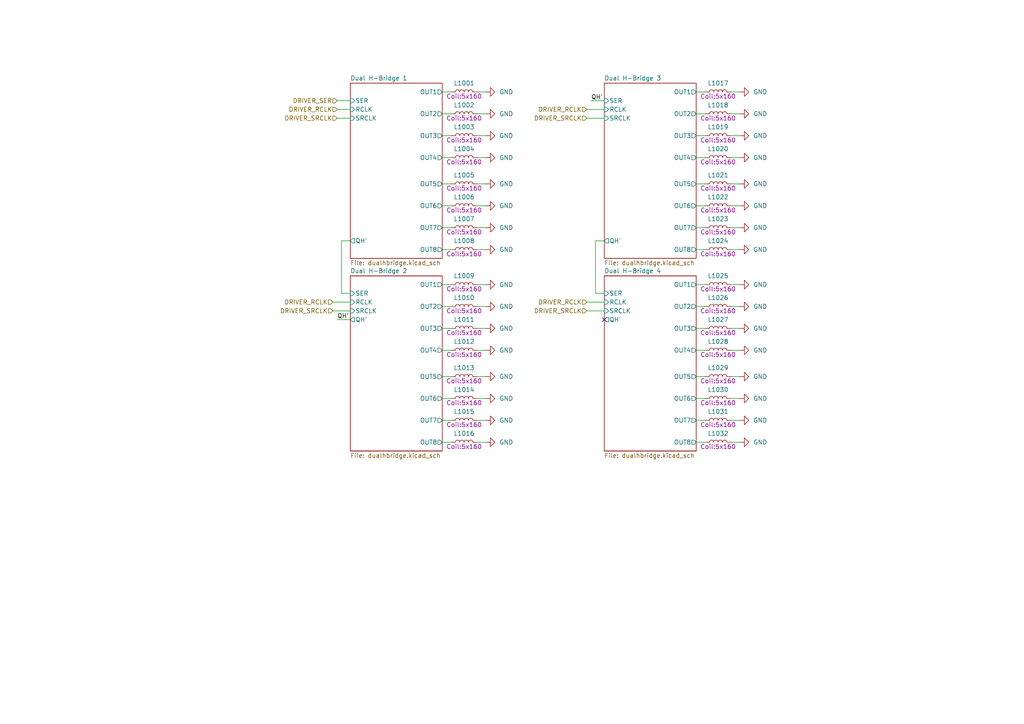
<source format=kicad_sch>
(kicad_sch (version 20250114) (generator "eeschema") (generator_version "9.0")
  (paper "A4")
  (lib_symbols
    (symbol "Device:L" (pin_numbers (hide yes)) (pin_names (offset 1.016) (hide yes))
      (property "Reference" "L" (at -1.27 0 90))
      (property "Value" "L" (at 1.905 0 90))
      (symbol "L_0_1"
        (arc (start 0 2.54) (mid 0.6323 1.905) (end 0 1.27))
        (arc (start 0 1.27) (mid 0.6323 0.635) (end 0 0))
        (arc (start 0 0) (mid 0.6323 -0.635) (end 0 -1.27))
        (arc (start 0 -1.27) (mid 0.6323 -1.905) (end 0 -2.54))
      )
      (symbol "L_1_1"
        (pin passive line (at 0 3.81 270) (length 1.27) (name "1") (number "1"))
        (pin passive line (at 0 -3.81 90) (length 1.27) (name "2") (number "2"))
      )
    )
    (symbol "power:GND" (power) (pin_numbers (hide yes)) (pin_names (offset 0) (hide yes))
      (property "Value" "GND" (at 0 -3.81 0))
      (symbol "GND_0_1"
        (polyline (pts (xy 0 0) (xy 0 -1.27) (xy 1.27 -1.27) (xy 0 -2.54) (xy -1.27 -1.27) (xy 0 -1.27)))
      )
      (symbol "GND_1_1"
        (pin power_in line (at 0 0 270) (length 0) (name "~") (number "1"))
      )
    )
  )
  (no_connect (at 175.26 92.71))
  (wire (pts (xy 201.93 26.67) (xy 204.47 26.67)))
  (wire (pts (xy 212.09 33.02) (xy 214.63 33.02)))
  (wire (pts (xy 128.27 45.72) (xy 130.81 45.72)))
  (wire (pts (xy 201.93 95.25) (xy 204.47 95.25)))
  (wire (pts (xy 201.93 66.04) (xy 204.47 66.04)))
  (wire (pts (xy 212.09 66.04) (xy 214.63 66.04)))
  (wire (pts (xy 201.93 115.57) (xy 204.47 115.57)))
  (wire (pts (xy 201.93 33.02) (xy 204.47 33.02)))
  (wire (pts (xy 128.27 39.37) (xy 130.81 39.37)))
  (wire (pts (xy 212.09 59.69) (xy 214.63 59.69)))
  (wire (pts (xy 138.43 95.25) (xy 140.97 95.25)))
  (wire (pts (xy 138.43 26.67) (xy 140.97 26.67)))
  (wire (pts (xy 128.27 109.22) (xy 130.81 109.22)))
  (wire (pts (xy 138.43 33.02) (xy 140.97 33.02)))
  (wire (pts (xy 128.27 95.25) (xy 130.81 95.25)))
  (wire (pts (xy 201.93 121.92) (xy 204.47 121.92)))
  (wire (pts (xy 128.27 59.69) (xy 130.81 59.69)))
  (wire (pts (xy 99.06 85.09) (xy 101.6 85.09)))
  (wire (pts (xy 212.09 53.34) (xy 214.63 53.34)))
  (wire (pts (xy 201.93 72.39) (xy 204.47 72.39)))
  (wire (pts (xy 201.93 59.69) (xy 204.47 59.69)))
  (wire (pts (xy 138.43 121.92) (xy 140.97 121.92)))
  (wire (pts (xy 97.79 31.75) (xy 101.6 31.75)))
  (wire (pts (xy 201.93 88.9) (xy 204.47 88.9)))
  (wire (pts (xy 172.72 85.09) (xy 175.26 85.09)))
  (wire (pts (xy 96.52 87.63) (xy 101.6 87.63)))
  (wire (pts (xy 128.27 26.67) (xy 130.81 26.67)))
  (wire (pts (xy 138.43 128.27) (xy 140.97 128.27)))
  (wire (pts (xy 212.09 109.22) (xy 214.63 109.22)))
  (wire (pts (xy 138.43 109.22) (xy 140.97 109.22)))
  (wire (pts (xy 128.27 88.9) (xy 130.81 88.9)))
  (wire (pts (xy 138.43 72.39) (xy 140.97 72.39)))
  (wire (pts (xy 172.72 69.85) (xy 172.72 85.09)))
  (wire (pts (xy 97.79 29.21) (xy 101.6 29.21)))
  (wire (pts (xy 212.09 128.27) (xy 214.63 128.27)))
  (wire (pts (xy 212.09 101.6) (xy 214.63 101.6)))
  (wire (pts (xy 212.09 82.55) (xy 214.63 82.55)))
  (wire (pts (xy 138.43 88.9) (xy 140.97 88.9)))
  (wire (pts (xy 170.18 31.75) (xy 175.26 31.75)))
  (wire (pts (xy 171.45 29.21) (xy 175.26 29.21)))
  (wire (pts (xy 201.93 45.72) (xy 204.47 45.72)))
  (wire (pts (xy 138.43 59.69) (xy 140.97 59.69)))
  (wire (pts (xy 212.09 121.92) (xy 214.63 121.92)))
  (wire (pts (xy 128.27 53.34) (xy 130.81 53.34)))
  (wire (pts (xy 212.09 45.72) (xy 214.63 45.72)))
  (wire (pts (xy 96.52 90.17) (xy 101.6 90.17)))
  (wire (pts (xy 138.43 53.34) (xy 140.97 53.34)))
  (wire (pts (xy 201.93 82.55) (xy 204.47 82.55)))
  (wire (pts (xy 201.93 39.37) (xy 204.47 39.37)))
  (wire (pts (xy 138.43 82.55) (xy 140.97 82.55)))
  (wire (pts (xy 201.93 109.22) (xy 204.47 109.22)))
  (wire (pts (xy 170.18 34.29) (xy 175.26 34.29)))
  (wire (pts (xy 138.43 66.04) (xy 140.97 66.04)))
  (wire (pts (xy 212.09 26.67) (xy 214.63 26.67)))
  (wire (pts (xy 97.79 34.29) (xy 101.6 34.29)))
  (wire (pts (xy 175.26 69.85) (xy 172.72 69.85)))
  (wire (pts (xy 212.09 115.57) (xy 214.63 115.57)))
  (wire (pts (xy 201.93 128.27) (xy 204.47 128.27)))
  (wire (pts (xy 128.27 121.92) (xy 130.81 121.92)))
  (wire (pts (xy 212.09 95.25) (xy 214.63 95.25)))
  (wire (pts (xy 170.18 87.63) (xy 175.26 87.63)))
  (wire (pts (xy 97.79 92.71) (xy 101.6 92.71)))
  (wire (pts (xy 128.27 66.04) (xy 130.81 66.04)))
  (wire (pts (xy 128.27 72.39) (xy 130.81 72.39)))
  (wire (pts (xy 212.09 72.39) (xy 214.63 72.39)))
  (wire (pts (xy 201.93 101.6) (xy 204.47 101.6)))
  (wire (pts (xy 170.18 90.17) (xy 175.26 90.17)))
  (wire (pts (xy 128.27 82.55) (xy 130.81 82.55)))
  (wire (pts (xy 138.43 115.57) (xy 140.97 115.57)))
  (wire (pts (xy 128.27 128.27) (xy 130.81 128.27)))
  (wire (pts (xy 128.27 101.6) (xy 130.81 101.6)))
  (wire (pts (xy 128.27 33.02) (xy 130.81 33.02)))
  (wire (pts (xy 138.43 39.37) (xy 140.97 39.37)))
  (wire (pts (xy 101.6 69.85) (xy 99.06 69.85)))
  (wire (pts (xy 212.09 39.37) (xy 214.63 39.37)))
  (wire (pts (xy 138.43 101.6) (xy 140.97 101.6)))
  (wire (pts (xy 212.09 88.9) (xy 214.63 88.9)))
  (wire (pts (xy 128.27 115.57) (xy 130.81 115.57)))
  (wire (pts (xy 99.06 69.85) (xy 99.06 85.09)))
  (wire (pts (xy 201.93 53.34) (xy 204.47 53.34)))
  (wire (pts (xy 138.43 45.72) (xy 140.97 45.72)))
  (label "QH'" (at 97.79 92.71 0))
  (label "QH'" (at 171.45 29.21 0))
  (hierarchical_label "DRIVER_SRCLK" (shape input) (at 96.52 90.17 180))
  (hierarchical_label "DRIVER_SRCLK" (shape input) (at 170.18 34.29 180))
  (hierarchical_label "DRIVER_RCLK" (shape input) (at 170.18 87.63 180))
  (hierarchical_label "DRIVER_RCLK" (shape input) (at 170.18 31.75 180))
  (hierarchical_label "DRIVER_SRCLK" (shape input) (at 97.79 34.29 180))
  (hierarchical_label "DRIVER_RCLK" (shape input) (at 97.79 31.75 180))
  (hierarchical_label "DRIVER_SRCLK" (shape input) (at 170.18 90.17 180))
  (hierarchical_label "DRIVER_RCLK" (shape input) (at 96.52 87.63 180))
  (hierarchical_label "DRIVER_SER" (shape input) (at 97.79 29.21 180))
  (symbol (lib_id "power:GND") (at 140.97 53.34 90) (unit 1)
    (property "Reference" "#PWR01005" (effects (hide yes)))
    (property "Value" "GND" (at 144.78 53.3399 90) (effects (justify right)))
    (property "Description" "Power symbol creates a global label with name \"GND\" , ground" (effects (hide yes)))
  )
  (symbol (lib_id "Device:L") (at 208.28 39.37 90) (unit 1)
    (property "Reference" "L1019" (at 208.28 36.83 90))
    (property "Value" "L" (effects (hide yes)))
    (property "Footprint" "Coil:5x160" (at 208.28 40.64 90))
    (property "Description" "Inductor" (effects (hide yes)))
  )
  (symbol (lib_id "power:GND") (at 214.63 95.25 90) (unit 1)
    (property "Reference" "#PWR01027" (effects (hide yes)))
    (property "Value" "GND" (at 218.44 95.2499 90) (effects (justify right)))
    (property "Description" "Power symbol creates a global label with name \"GND\" , ground" (effects (hide yes)))
  )
  (symbol (lib_id "Device:L") (at 208.28 72.39 90) (unit 1)
    (property "Reference" "L1024" (at 208.28 69.85 90))
    (property "Value" "L" (effects (hide yes)))
    (property "Footprint" "Coil:5x160" (at 208.28 73.66 90))
    (property "Description" "Inductor" (effects (hide yes)))
  )
  (symbol (lib_id "power:GND") (at 140.97 95.25 90) (unit 1)
    (property "Reference" "#PWR01011" (effects (hide yes)))
    (property "Value" "GND" (at 144.78 95.2499 90) (effects (justify right)))
    (property "Description" "Power symbol creates a global label with name \"GND\" , ground" (effects (hide yes)))
  )
  (symbol (lib_id "power:GND") (at 214.63 53.34 90) (unit 1)
    (property "Reference" "#PWR01021" (effects (hide yes)))
    (property "Value" "GND" (at 218.44 53.3399 90) (effects (justify right)))
    (property "Description" "Power symbol creates a global label with name \"GND\" , ground" (effects (hide yes)))
  )
  (symbol (lib_id "Device:L") (at 134.62 59.69 90) (unit 1)
    (property "Reference" "L1006" (at 134.62 57.15 90))
    (property "Value" "L" (effects (hide yes)))
    (property "Footprint" "Coil:5x160" (at 134.62 60.96 90))
    (property "Description" "Inductor" (effects (hide yes)))
  )
  (symbol (lib_id "Device:L") (at 134.62 39.37 90) (unit 1)
    (property "Reference" "L1003" (at 134.62 36.83 90))
    (property "Value" "L" (effects (hide yes)))
    (property "Footprint" "Coil:5x160" (at 134.62 40.64 90))
    (property "Description" "Inductor" (effects (hide yes)))
  )
  (symbol (lib_id "Device:L") (at 134.62 72.39 90) (unit 1)
    (property "Reference" "L1008" (at 134.62 69.85 90))
    (property "Value" "L" (effects (hide yes)))
    (property "Footprint" "Coil:5x160" (at 134.62 73.66 90))
    (property "Description" "Inductor" (effects (hide yes)))
  )
  (symbol (lib_id "power:GND") (at 214.63 72.39 90) (unit 1)
    (property "Reference" "#PWR01024" (effects (hide yes)))
    (property "Value" "GND" (at 218.44 72.3899 90) (effects (justify right)))
    (property "Description" "Power symbol creates a global label with name \"GND\" , ground" (effects (hide yes)))
  )
  (symbol (lib_id "Device:L") (at 208.28 95.25 90) (unit 1)
    (property "Reference" "L1027" (at 208.28 92.71 90))
    (property "Value" "L" (effects (hide yes)))
    (property "Footprint" "Coil:5x160" (at 208.28 96.52 90))
    (property "Description" "Inductor" (effects (hide yes)))
  )
  (symbol (lib_id "power:GND") (at 214.63 109.22 90) (unit 1)
    (property "Reference" "#PWR01029" (effects (hide yes)))
    (property "Value" "GND" (at 218.44 109.2199 90) (effects (justify right)))
    (property "Description" "Power symbol creates a global label with name \"GND\" , ground" (effects (hide yes)))
  )
  (symbol (lib_id "Device:L") (at 134.62 66.04 90) (unit 1)
    (property "Reference" "L1007" (at 134.62 63.5 90))
    (property "Value" "L" (effects (hide yes)))
    (property "Footprint" "Coil:5x160" (at 134.62 67.31 90))
    (property "Description" "Inductor" (effects (hide yes)))
  )
  (symbol (lib_id "Device:L") (at 208.28 115.57 90) (unit 1)
    (property "Reference" "L1030" (at 208.28 113.03 90))
    (property "Value" "L" (effects (hide yes)))
    (property "Footprint" "Coil:5x160" (at 208.28 116.84 90))
    (property "Description" "Inductor" (effects (hide yes)))
  )
  (symbol (lib_id "Device:L") (at 208.28 88.9 90) (unit 1)
    (property "Reference" "L1026" (at 208.28 86.36 90))
    (property "Value" "L" (effects (hide yes)))
    (property "Footprint" "Coil:5x160" (at 208.28 90.17 90))
    (property "Description" "Inductor" (effects (hide yes)))
  )
  (symbol (lib_id "power:GND") (at 214.63 115.57 90) (unit 1)
    (property "Reference" "#PWR01030" (effects (hide yes)))
    (property "Value" "GND" (at 218.44 115.5699 90) (effects (justify right)))
    (property "Description" "Power symbol creates a global label with name \"GND\" , ground" (effects (hide yes)))
  )
  (symbol (lib_id "power:GND") (at 214.63 82.55 90) (unit 1)
    (property "Reference" "#PWR01025" (effects (hide yes)))
    (property "Value" "GND" (at 218.44 82.5499 90) (effects (justify right)))
    (property "Description" "Power symbol creates a global label with name \"GND\" , ground" (effects (hide yes)))
  )
  (symbol (lib_id "power:GND") (at 140.97 72.39 90) (unit 1)
    (property "Reference" "#PWR01008" (effects (hide yes)))
    (property "Value" "GND" (at 144.78 72.3899 90) (effects (justify right)))
    (property "Description" "Power symbol creates a global label with name \"GND\" , ground" (effects (hide yes)))
  )
  (symbol (lib_id "Device:L") (at 134.62 45.72 90) (unit 1)
    (property "Reference" "L1004" (at 134.62 43.18 90))
    (property "Value" "L" (effects (hide yes)))
    (property "Footprint" "Coil:5x160" (at 134.62 46.99 90))
    (property "Description" "Inductor" (effects (hide yes)))
  )
  (symbol (lib_id "power:GND") (at 214.63 45.72 90) (unit 1)
    (property "Reference" "#PWR01020" (effects (hide yes)))
    (property "Value" "GND" (at 218.44 45.7199 90) (effects (justify right)))
    (property "Description" "Power symbol creates a global label with name \"GND\" , ground" (effects (hide yes)))
  )
  (symbol (lib_id "power:GND") (at 140.97 39.37 90) (unit 1)
    (property "Reference" "#PWR01003" (effects (hide yes)))
    (property "Value" "GND" (at 144.78 39.3699 90) (effects (justify right)))
    (property "Description" "Power symbol creates a global label with name \"GND\" , ground" (effects (hide yes)))
  )
  (symbol (lib_id "power:GND") (at 140.97 109.22 90) (unit 1)
    (property "Reference" "#PWR01013" (effects (hide yes)))
    (property "Value" "GND" (at 144.78 109.2199 90) (effects (justify right)))
    (property "Description" "Power symbol creates a global label with name \"GND\" , ground" (effects (hide yes)))
  )
  (symbol (lib_id "power:GND") (at 214.63 59.69 90) (unit 1)
    (property "Reference" "#PWR01022" (effects (hide yes)))
    (property "Value" "GND" (at 218.44 59.6899 90) (effects (justify right)))
    (property "Description" "Power symbol creates a global label with name \"GND\" , ground" (effects (hide yes)))
  )
  (symbol (lib_id "Device:L") (at 134.62 109.22 90) (unit 1)
    (property "Reference" "L1013" (at 134.62 106.68 90))
    (property "Value" "L" (effects (hide yes)))
    (property "Footprint" "Coil:5x160" (at 134.62 110.49 90))
    (property "Description" "Inductor" (effects (hide yes)))
  )
  (symbol (lib_id "power:GND") (at 140.97 128.27 90) (unit 1)
    (property "Reference" "#PWR01016" (effects (hide yes)))
    (property "Value" "GND" (at 144.78 128.2699 90) (effects (justify right)))
    (property "Description" "Power symbol creates a global label with name \"GND\" , ground" (effects (hide yes)))
  )
  (symbol (lib_id "power:GND") (at 140.97 45.72 90) (unit 1)
    (property "Reference" "#PWR01004" (effects (hide yes)))
    (property "Value" "GND" (at 144.78 45.7199 90) (effects (justify right)))
    (property "Description" "Power symbol creates a global label with name \"GND\" , ground" (effects (hide yes)))
  )
  (symbol (lib_id "Device:L") (at 134.62 115.57 90) (unit 1)
    (property "Reference" "L1014" (at 134.62 113.03 90))
    (property "Value" "L" (effects (hide yes)))
    (property "Footprint" "Coil:5x160" (at 134.62 116.84 90))
    (property "Description" "Inductor" (effects (hide yes)))
  )
  (symbol (lib_id "power:GND") (at 214.63 26.67 90) (unit 1)
    (property "Reference" "#PWR01017" (effects (hide yes)))
    (property "Value" "GND" (at 218.44 26.6699 90) (effects (justify right)))
    (property "Description" "Power symbol creates a global label with name \"GND\" , ground" (effects (hide yes)))
  )
  (symbol (lib_id "power:GND") (at 140.97 88.9 90) (unit 1)
    (property "Reference" "#PWR01010" (effects (hide yes)))
    (property "Value" "GND" (at 144.78 88.8999 90) (effects (justify right)))
    (property "Description" "Power symbol creates a global label with name \"GND\" , ground" (effects (hide yes)))
  )
  (symbol (lib_id "Device:L") (at 134.62 95.25 90) (unit 1)
    (property "Reference" "L1011" (at 134.62 92.71 90))
    (property "Value" "L" (effects (hide yes)))
    (property "Footprint" "Coil:5x160" (at 134.62 96.52 90))
    (property "Description" "Inductor" (effects (hide yes)))
  )
  (symbol (lib_id "Device:L") (at 208.28 26.67 90) (unit 1)
    (property "Reference" "L1017" (at 208.28 24.13 90))
    (property "Value" "L" (effects (hide yes)))
    (property "Footprint" "Coil:5x160" (at 208.28 27.94 90))
    (property "Description" "Inductor" (effects (hide yes)))
  )
  (symbol (lib_id "power:GND") (at 214.63 88.9 90) (unit 1)
    (property "Reference" "#PWR01026" (effects (hide yes)))
    (property "Value" "GND" (at 218.44 88.8999 90) (effects (justify right)))
    (property "Description" "Power symbol creates a global label with name \"GND\" , ground" (effects (hide yes)))
  )
  (symbol (lib_id "Device:L") (at 134.62 88.9 90) (unit 1)
    (property "Reference" "L1010" (at 134.62 86.36 90))
    (property "Value" "L" (effects (hide yes)))
    (property "Footprint" "Coil:5x160" (at 134.62 90.17 90))
    (property "Description" "Inductor" (effects (hide yes)))
  )
  (symbol (lib_id "Device:L") (at 208.28 121.92 90) (unit 1)
    (property "Reference" "L1031" (at 208.28 119.38 90))
    (property "Value" "L" (effects (hide yes)))
    (property "Footprint" "Coil:5x160" (at 208.28 123.19 90))
    (property "Description" "Inductor" (effects (hide yes)))
  )
  (symbol (lib_id "Device:L") (at 134.62 33.02 90) (unit 1)
    (property "Reference" "L1002" (at 134.62 30.48 90))
    (property "Value" "L" (effects (hide yes)))
    (property "Footprint" "Coil:5x160" (at 134.62 34.29 90))
    (property "Description" "Inductor" (effects (hide yes)))
  )
  (symbol (lib_id "power:GND") (at 214.63 128.27 90) (unit 1)
    (property "Reference" "#PWR01032" (effects (hide yes)))
    (property "Value" "GND" (at 218.44 128.2699 90) (effects (justify right)))
    (property "Description" "Power symbol creates a global label with name \"GND\" , ground" (effects (hide yes)))
  )
  (symbol (lib_id "Device:L") (at 134.62 26.67 90) (unit 1)
    (property "Reference" "L1001" (at 134.62 24.13 90))
    (property "Value" "L" (effects (hide yes)))
    (property "Footprint" "Coil:5x160" (at 134.62 27.94 90))
    (property "Description" "Inductor" (effects (hide yes)))
  )
  (symbol (lib_id "power:GND") (at 140.97 101.6 90) (unit 1)
    (property "Reference" "#PWR01012" (effects (hide yes)))
    (property "Value" "GND" (at 144.78 101.5999 90) (effects (justify right)))
    (property "Description" "Power symbol creates a global label with name \"GND\" , ground" (effects (hide yes)))
  )
  (symbol (lib_id "Device:L") (at 134.62 53.34 90) (unit 1)
    (property "Reference" "L1005" (at 134.62 50.8 90))
    (property "Value" "L" (effects (hide yes)))
    (property "Footprint" "Coil:5x160" (at 134.62 54.61 90))
    (property "Description" "Inductor" (effects (hide yes)))
  )
  (symbol (lib_id "power:GND") (at 214.63 101.6 90) (unit 1)
    (property "Reference" "#PWR01028" (effects (hide yes)))
    (property "Value" "GND" (at 218.44 101.5999 90) (effects (justify right)))
    (property "Description" "Power symbol creates a global label with name \"GND\" , ground" (effects (hide yes)))
  )
  (symbol (lib_id "power:GND") (at 140.97 82.55 90) (unit 1)
    (property "Reference" "#PWR01009" (effects (hide yes)))
    (property "Value" "GND" (at 144.78 82.5499 90) (effects (justify right)))
    (property "Description" "Power symbol creates a global label with name \"GND\" , ground" (effects (hide yes)))
  )
  (symbol (lib_id "Device:L") (at 208.28 45.72 90) (unit 1)
    (property "Reference" "L1020" (at 208.28 43.18 90))
    (property "Value" "L" (effects (hide yes)))
    (property "Footprint" "Coil:5x160" (at 208.28 46.99 90))
    (property "Description" "Inductor" (effects (hide yes)))
  )
  (symbol (lib_id "power:GND") (at 214.63 33.02 90) (unit 1)
    (property "Reference" "#PWR01018" (effects (hide yes)))
    (property "Value" "GND" (at 218.44 33.0199 90) (effects (justify right)))
    (property "Description" "Power symbol creates a global label with name \"GND\" , ground" (effects (hide yes)))
  )
  (symbol (lib_id "Device:L") (at 134.62 121.92 90) (unit 1)
    (property "Reference" "L1015" (at 134.62 119.38 90))
    (property "Value" "L" (effects (hide yes)))
    (property "Footprint" "Coil:5x160" (at 134.62 123.19 90))
    (property "Description" "Inductor" (effects (hide yes)))
  )
  (symbol (lib_id "power:GND") (at 214.63 39.37 90) (unit 1)
    (property "Reference" "#PWR01019" (effects (hide yes)))
    (property "Value" "GND" (at 218.44 39.3699 90) (effects (justify right)))
    (property "Description" "Power symbol creates a global label with name \"GND\" , ground" (effects (hide yes)))
  )
  (symbol (lib_id "power:GND") (at 140.97 115.57 90) (unit 1)
    (property "Reference" "#PWR01014" (effects (hide yes)))
    (property "Value" "GND" (at 144.78 115.5699 90) (effects (justify right)))
    (property "Description" "Power symbol creates a global label with name \"GND\" , ground" (effects (hide yes)))
  )
  (symbol (lib_id "Device:L") (at 208.28 66.04 90) (unit 1)
    (property "Reference" "L1023" (at 208.28 63.5 90))
    (property "Value" "L" (effects (hide yes)))
    (property "Footprint" "Coil:5x160" (at 208.28 67.31 90))
    (property "Description" "Inductor" (effects (hide yes)))
  )
  (symbol (lib_id "Device:L") (at 134.62 128.27 90) (unit 1)
    (property "Reference" "L1016" (at 134.62 125.73 90))
    (property "Value" "L" (effects (hide yes)))
    (property "Footprint" "Coil:5x160" (at 134.62 129.54 90))
    (property "Description" "Inductor" (effects (hide yes)))
  )
  (symbol (lib_id "Device:L") (at 208.28 59.69 90) (unit 1)
    (property "Reference" "L1022" (at 208.28 57.15 90))
    (property "Value" "L" (effects (hide yes)))
    (property "Footprint" "Coil:5x160" (at 208.28 60.96 90))
    (property "Description" "Inductor" (effects (hide yes)))
  )
  (symbol (lib_id "Device:L") (at 208.28 33.02 90) (unit 1)
    (property "Reference" "L1018" (at 208.28 30.48 90))
    (property "Value" "L" (effects (hide yes)))
    (property "Footprint" "Coil:5x160" (at 208.28 34.29 90))
    (property "Description" "Inductor" (effects (hide yes)))
  )
  (symbol (lib_id "power:GND") (at 214.63 121.92 90) (unit 1)
    (property "Reference" "#PWR01031" (effects (hide yes)))
    (property "Value" "GND" (at 218.44 121.9199 90) (effects (justify right)))
    (property "Description" "Power symbol creates a global label with name \"GND\" , ground" (effects (hide yes)))
  )
  (symbol (lib_id "power:GND") (at 140.97 121.92 90) (unit 1)
    (property "Reference" "#PWR01015" (effects (hide yes)))
    (property "Value" "GND" (at 144.78 121.9199 90) (effects (justify right)))
    (property "Description" "Power symbol creates a global label with name \"GND\" , ground" (effects (hide yes)))
  )
  (symbol (lib_id "Device:L") (at 208.28 109.22 90) (unit 1)
    (property "Reference" "L1029" (at 208.28 106.68 90))
    (property "Value" "L" (effects (hide yes)))
    (property "Footprint" "Coil:5x160" (at 208.28 110.49 90))
    (property "Description" "Inductor" (effects (hide yes)))
  )
  (symbol (lib_id "Device:L") (at 208.28 82.55 90) (unit 1)
    (property "Reference" "L1025" (at 208.28 80.01 90))
    (property "Value" "L" (effects (hide yes)))
    (property "Footprint" "Coil:5x160" (at 208.28 83.82 90))
    (property "Description" "Inductor" (effects (hide yes)))
  )
  (symbol (lib_id "Device:L") (at 208.28 101.6 90) (unit 1)
    (property "Reference" "L1028" (at 208.28 99.06 90))
    (property "Value" "L" (effects (hide yes)))
    (property "Footprint" "Coil:5x160" (at 208.28 102.87 90))
    (property "Description" "Inductor" (effects (hide yes)))
  )
  (symbol (lib_id "Device:L") (at 134.62 101.6 90) (unit 1)
    (property "Reference" "L1012" (at 134.62 99.06 90))
    (property "Value" "L" (effects (hide yes)))
    (property "Footprint" "Coil:5x160" (at 134.62 102.87 90))
    (property "Description" "Inductor" (effects (hide yes)))
  )
  (symbol (lib_id "Device:L") (at 208.28 128.27 90) (unit 1)
    (property "Reference" "L1032" (at 208.28 125.73 90))
    (property "Value" "L" (effects (hide yes)))
    (property "Footprint" "Coil:5x160" (at 208.28 129.54 90))
    (property "Description" "Inductor" (effects (hide yes)))
  )
  (symbol (lib_id "Device:L") (at 134.62 82.55 90) (unit 1)
    (property "Reference" "L1009" (at 134.62 80.01 90))
    (property "Value" "L" (effects (hide yes)))
    (property "Footprint" "Coil:5x160" (at 134.62 83.82 90))
    (property "Description" "Inductor" (effects (hide yes)))
  )
  (symbol (lib_id "power:GND") (at 140.97 33.02 90) (unit 1)
    (property "Reference" "#PWR01002" (effects (hide yes)))
    (property "Value" "GND" (at 144.78 33.0199 90) (effects (justify right)))
    (property "Description" "Power symbol creates a global label with name \"GND\" , ground" (effects (hide yes)))
  )
  (symbol (lib_id "Device:L") (at 208.28 53.34 90) (unit 1)
    (property "Reference" "L1021" (at 208.28 50.8 90))
    (property "Value" "L" (effects (hide yes)))
    (property "Footprint" "Coil:5x160" (at 208.28 54.61 90))
    (property "Description" "Inductor" (effects (hide yes)))
  )
  (symbol (lib_id "power:GND") (at 214.63 66.04 90) (unit 1)
    (property "Reference" "#PWR01023" (effects (hide yes)))
    (property "Value" "GND" (at 218.44 66.0399 90) (effects (justify right)))
    (property "Description" "Power symbol creates a global label with name \"GND\" , ground" (effects (hide yes)))
  )
  (symbol (lib_id "power:GND") (at 140.97 26.67 90) (unit 1)
    (property "Reference" "#PWR01001" (effects (hide yes)))
    (property "Value" "GND" (at 144.78 26.6699 90) (effects (justify right)))
    (property "Description" "Power symbol creates a global label with name \"GND\" , ground" (effects (hide yes)))
  )
  (symbol (lib_id "power:GND") (at 140.97 59.69 90) (unit 1)
    (property "Reference" "#PWR01006" (effects (hide yes)))
    (property "Value" "GND" (at 144.78 59.6899 90) (effects (justify right)))
    (property "Description" "Power symbol creates a global label with name \"GND\" , ground" (effects (hide yes)))
  )
  (symbol (lib_id "power:GND") (at 140.97 66.04 90) (unit 1)
    (property "Reference" "#PWR01007" (effects (hide yes)))
    (property "Value" "GND" (at 144.78 66.0399 90) (effects (justify right)))
    (property "Description" "Power symbol creates a global label with name \"GND\" , ground" (effects (hide yes)))
  )
  (sheet (at 101.6 24.13) (size 26.67 50.8) (stroke (width 0.1524))
    (property "Sheetname" "Dual H-Bridge 1" (at 101.6 23.4184 0) (effects (justify left bottom)))
    (property "Sheetfile" "dualhbridge.kicad_sch" (at 101.6 75.5146 0) (effects (justify left top)))
    (pin "QH'" output (at 101.6 69.85 180))
    (pin "SRCLK" input (at 101.6 34.29 180))
    (pin "RCLK" input (at 101.6 31.75 180))
    (pin "SER" input (at 101.6 29.21 180))
    (pin "OUT1" output (at 128.27 26.67 0))
    (pin "OUT2" output (at 128.27 33.02 0))
    (pin "OUT3" output (at 128.27 39.37 0))
    (pin "OUT4" output (at 128.27 45.72 0))
    (pin "OUT5" output (at 128.27 53.34 0))
    (pin "OUT6" output (at 128.27 59.69 0))
    (pin "OUT7" output (at 128.27 66.04 0))
    (pin "OUT8" output (at 128.27 72.39 0))
  )
  (sheet (at 175.26 24.13) (size 26.67 50.8) (stroke (width 0.1524))
    (property "Sheetname" "Dual H-Bridge 3" (at 175.26 23.4184 0) (effects (justify left bottom)))
    (property "Sheetfile" "dualhbridge.kicad_sch" (at 175.26 75.5146 0) (effects (justify left top)))
    (pin "QH'" output (at 175.26 69.85 180))
    (pin "SRCLK" input (at 175.26 34.29 180))
    (pin "RCLK" input (at 175.26 31.75 180))
    (pin "SER" input (at 175.26 29.21 180))
    (pin "OUT1" output (at 201.93 26.67 0))
    (pin "OUT2" output (at 201.93 33.02 0))
    (pin "OUT3" output (at 201.93 39.37 0))
    (pin "OUT4" output (at 201.93 45.72 0))
    (pin "OUT5" output (at 201.93 53.34 0))
    (pin "OUT6" output (at 201.93 59.69 0))
    (pin "OUT7" output (at 201.93 66.04 0))
    (pin "OUT8" output (at 201.93 72.39 0))
  )
  (sheet (at 101.6 80.01) (size 26.67 50.8) (stroke (width 0.1524))
    (property "Sheetname" "Dual H-Bridge 2" (at 101.6 79.2984 0) (effects (justify left bottom)))
    (property "Sheetfile" "dualhbridge.kicad_sch" (at 101.6 131.3946 0) (effects (justify left top)))
    (pin "QH'" output (at 101.6 92.71 180))
    (pin "SRCLK" input (at 101.6 90.17 180))
    (pin "RCLK" input (at 101.6 87.63 180))
    (pin "SER" input (at 101.6 85.09 180))
    (pin "OUT1" output (at 128.27 82.55 0))
    (pin "OUT2" output (at 128.27 88.9 0))
    (pin "OUT3" output (at 128.27 95.25 0))
    (pin "OUT4" output (at 128.27 101.6 0))
    (pin "OUT5" output (at 128.27 109.22 0))
    (pin "OUT6" output (at 128.27 115.57 0))
    (pin "OUT7" output (at 128.27 121.92 0))
    (pin "OUT8" output (at 128.27 128.27 0))
  )
  (sheet (at 175.26 80.01) (size 26.67 50.8) (stroke (width 0.1524))
    (property "Sheetname" "Dual H-Bridge 4" (at 175.26 79.2984 0) (effects (justify left bottom)))
    (property "Sheetfile" "dualhbridge.kicad_sch" (at 175.26 131.3946 0) (effects (justify left top)))
    (pin "QH'" output (at 175.26 92.71 180))
    (pin "SRCLK" input (at 175.26 90.17 180))
    (pin "RCLK" input (at 175.26 87.63 180))
    (pin "SER" input (at 175.26 85.09 180))
    (pin "OUT1" output (at 201.93 82.55 0))
    (pin "OUT2" output (at 201.93 88.9 0))
    (pin "OUT3" output (at 201.93 95.25 0))
    (pin "OUT4" output (at 201.93 101.6 0))
    (pin "OUT5" output (at 201.93 109.22 0))
    (pin "OUT6" output (at 201.93 115.57 0))
    (pin "OUT7" output (at 201.93 121.92 0))
    (pin "OUT8" output (at 201.93 128.27 0))
  )
)
</source>
